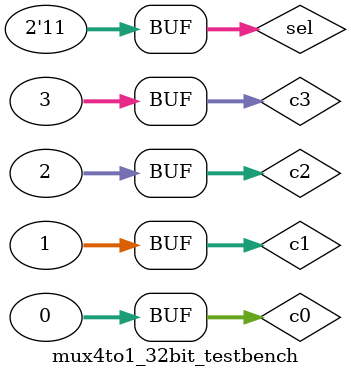
<source format=v>
module mux4to1_32bit_testbench();
	wire[31:0]out;
	reg[31:0]c0;
	reg[31:0]c1;
	reg[31:0]c2;
	reg[31:0]c3;
	reg[1:0] sel;
	
	mux4to1_32bit muxA(out,c0,c1,c2,c3,sel);
	initial begin
		c0= 32'b00 ; c1= 32'b01; c2=32'b10 ; c3=32'b11;  sel= 2'b00;
		#20;
		c0= 32'b00 ; c1= 32'b01; c2=32'b10 ; c3=32'b11;  sel= 2'b01;
		#20;
		c0= 32'b00 ; c1= 32'b01; c2=32'b10 ; c3=32'b11;  sel= 2'b10;
		#20;
		c0= 32'b00 ; c1= 32'b01; c2=32'b10 ; c3=32'b11;  sel= 2'b11;
		#20;
	end
 
	initial begin
		$monitor(" c0=%32b c1=%32b c2=%32b c3=%32b sel=%2b out=%32b",c0,c1,c2,c3,sel,out);
	end


endmodule
</source>
